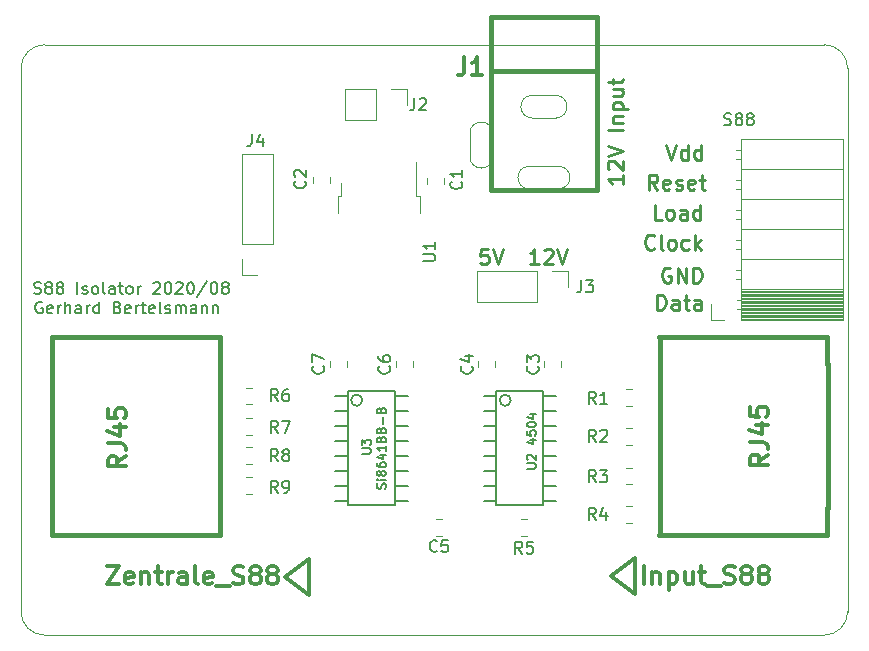
<source format=gto>
G04 #@! TF.GenerationSoftware,KiCad,Pcbnew,5.1.6-c6e7f7d~87~ubuntu18.04.1*
G04 #@! TF.CreationDate,2020-09-01T07:34:22+02:00*
G04 #@! TF.ProjectId,s88iso,73383869-736f-42e6-9b69-6361645f7063,2020/08*
G04 #@! TF.SameCoordinates,Original*
G04 #@! TF.FileFunction,Legend,Top*
G04 #@! TF.FilePolarity,Positive*
%FSLAX46Y46*%
G04 Gerber Fmt 4.6, Leading zero omitted, Abs format (unit mm)*
G04 Created by KiCad (PCBNEW 5.1.6-c6e7f7d~87~ubuntu18.04.1) date 2020-09-01 07:34:22*
%MOMM*%
%LPD*%
G01*
G04 APERTURE LIST*
%ADD10C,0.150000*%
%ADD11C,0.254000*%
%ADD12C,0.300000*%
G04 #@! TA.AperFunction,Profile*
%ADD13C,0.050000*%
G04 #@! TD*
%ADD14C,0.120000*%
%ADD15C,0.381000*%
%ADD16C,0.127000*%
%ADD17C,0.100000*%
%ADD18C,0.304800*%
%ADD19C,0.149860*%
G04 APERTURE END LIST*
D10*
X101108904Y-101052761D02*
X101251761Y-101100380D01*
X101489857Y-101100380D01*
X101585095Y-101052761D01*
X101632714Y-101005142D01*
X101680333Y-100909904D01*
X101680333Y-100814666D01*
X101632714Y-100719428D01*
X101585095Y-100671809D01*
X101489857Y-100624190D01*
X101299380Y-100576571D01*
X101204142Y-100528952D01*
X101156523Y-100481333D01*
X101108904Y-100386095D01*
X101108904Y-100290857D01*
X101156523Y-100195619D01*
X101204142Y-100148000D01*
X101299380Y-100100380D01*
X101537476Y-100100380D01*
X101680333Y-100148000D01*
X102251761Y-100528952D02*
X102156523Y-100481333D01*
X102108904Y-100433714D01*
X102061285Y-100338476D01*
X102061285Y-100290857D01*
X102108904Y-100195619D01*
X102156523Y-100148000D01*
X102251761Y-100100380D01*
X102442238Y-100100380D01*
X102537476Y-100148000D01*
X102585095Y-100195619D01*
X102632714Y-100290857D01*
X102632714Y-100338476D01*
X102585095Y-100433714D01*
X102537476Y-100481333D01*
X102442238Y-100528952D01*
X102251761Y-100528952D01*
X102156523Y-100576571D01*
X102108904Y-100624190D01*
X102061285Y-100719428D01*
X102061285Y-100909904D01*
X102108904Y-101005142D01*
X102156523Y-101052761D01*
X102251761Y-101100380D01*
X102442238Y-101100380D01*
X102537476Y-101052761D01*
X102585095Y-101005142D01*
X102632714Y-100909904D01*
X102632714Y-100719428D01*
X102585095Y-100624190D01*
X102537476Y-100576571D01*
X102442238Y-100528952D01*
X103204142Y-100528952D02*
X103108904Y-100481333D01*
X103061285Y-100433714D01*
X103013666Y-100338476D01*
X103013666Y-100290857D01*
X103061285Y-100195619D01*
X103108904Y-100148000D01*
X103204142Y-100100380D01*
X103394619Y-100100380D01*
X103489857Y-100148000D01*
X103537476Y-100195619D01*
X103585095Y-100290857D01*
X103585095Y-100338476D01*
X103537476Y-100433714D01*
X103489857Y-100481333D01*
X103394619Y-100528952D01*
X103204142Y-100528952D01*
X103108904Y-100576571D01*
X103061285Y-100624190D01*
X103013666Y-100719428D01*
X103013666Y-100909904D01*
X103061285Y-101005142D01*
X103108904Y-101052761D01*
X103204142Y-101100380D01*
X103394619Y-101100380D01*
X103489857Y-101052761D01*
X103537476Y-101005142D01*
X103585095Y-100909904D01*
X103585095Y-100719428D01*
X103537476Y-100624190D01*
X103489857Y-100576571D01*
X103394619Y-100528952D01*
X104775571Y-101100380D02*
X104775571Y-100100380D01*
X105204142Y-101052761D02*
X105299380Y-101100380D01*
X105489857Y-101100380D01*
X105585095Y-101052761D01*
X105632714Y-100957523D01*
X105632714Y-100909904D01*
X105585095Y-100814666D01*
X105489857Y-100767047D01*
X105347000Y-100767047D01*
X105251761Y-100719428D01*
X105204142Y-100624190D01*
X105204142Y-100576571D01*
X105251761Y-100481333D01*
X105347000Y-100433714D01*
X105489857Y-100433714D01*
X105585095Y-100481333D01*
X106204142Y-101100380D02*
X106108904Y-101052761D01*
X106061285Y-101005142D01*
X106013666Y-100909904D01*
X106013666Y-100624190D01*
X106061285Y-100528952D01*
X106108904Y-100481333D01*
X106204142Y-100433714D01*
X106347000Y-100433714D01*
X106442238Y-100481333D01*
X106489857Y-100528952D01*
X106537476Y-100624190D01*
X106537476Y-100909904D01*
X106489857Y-101005142D01*
X106442238Y-101052761D01*
X106347000Y-101100380D01*
X106204142Y-101100380D01*
X107108904Y-101100380D02*
X107013666Y-101052761D01*
X106966047Y-100957523D01*
X106966047Y-100100380D01*
X107918428Y-101100380D02*
X107918428Y-100576571D01*
X107870809Y-100481333D01*
X107775571Y-100433714D01*
X107585095Y-100433714D01*
X107489857Y-100481333D01*
X107918428Y-101052761D02*
X107823190Y-101100380D01*
X107585095Y-101100380D01*
X107489857Y-101052761D01*
X107442238Y-100957523D01*
X107442238Y-100862285D01*
X107489857Y-100767047D01*
X107585095Y-100719428D01*
X107823190Y-100719428D01*
X107918428Y-100671809D01*
X108251761Y-100433714D02*
X108632714Y-100433714D01*
X108394619Y-100100380D02*
X108394619Y-100957523D01*
X108442238Y-101052761D01*
X108537476Y-101100380D01*
X108632714Y-101100380D01*
X109108904Y-101100380D02*
X109013666Y-101052761D01*
X108966047Y-101005142D01*
X108918428Y-100909904D01*
X108918428Y-100624190D01*
X108966047Y-100528952D01*
X109013666Y-100481333D01*
X109108904Y-100433714D01*
X109251761Y-100433714D01*
X109347000Y-100481333D01*
X109394619Y-100528952D01*
X109442238Y-100624190D01*
X109442238Y-100909904D01*
X109394619Y-101005142D01*
X109347000Y-101052761D01*
X109251761Y-101100380D01*
X109108904Y-101100380D01*
X109870809Y-101100380D02*
X109870809Y-100433714D01*
X109870809Y-100624190D02*
X109918428Y-100528952D01*
X109966047Y-100481333D01*
X110061285Y-100433714D01*
X110156523Y-100433714D01*
X111204142Y-100195619D02*
X111251761Y-100148000D01*
X111347000Y-100100380D01*
X111585095Y-100100380D01*
X111680333Y-100148000D01*
X111727952Y-100195619D01*
X111775571Y-100290857D01*
X111775571Y-100386095D01*
X111727952Y-100528952D01*
X111156523Y-101100380D01*
X111775571Y-101100380D01*
X112394619Y-100100380D02*
X112489857Y-100100380D01*
X112585095Y-100148000D01*
X112632714Y-100195619D01*
X112680333Y-100290857D01*
X112727952Y-100481333D01*
X112727952Y-100719428D01*
X112680333Y-100909904D01*
X112632714Y-101005142D01*
X112585095Y-101052761D01*
X112489857Y-101100380D01*
X112394619Y-101100380D01*
X112299380Y-101052761D01*
X112251761Y-101005142D01*
X112204142Y-100909904D01*
X112156523Y-100719428D01*
X112156523Y-100481333D01*
X112204142Y-100290857D01*
X112251761Y-100195619D01*
X112299380Y-100148000D01*
X112394619Y-100100380D01*
X113108904Y-100195619D02*
X113156523Y-100148000D01*
X113251761Y-100100380D01*
X113489857Y-100100380D01*
X113585095Y-100148000D01*
X113632714Y-100195619D01*
X113680333Y-100290857D01*
X113680333Y-100386095D01*
X113632714Y-100528952D01*
X113061285Y-101100380D01*
X113680333Y-101100380D01*
X114299380Y-100100380D02*
X114394619Y-100100380D01*
X114489857Y-100148000D01*
X114537476Y-100195619D01*
X114585095Y-100290857D01*
X114632714Y-100481333D01*
X114632714Y-100719428D01*
X114585095Y-100909904D01*
X114537476Y-101005142D01*
X114489857Y-101052761D01*
X114394619Y-101100380D01*
X114299380Y-101100380D01*
X114204142Y-101052761D01*
X114156523Y-101005142D01*
X114108904Y-100909904D01*
X114061285Y-100719428D01*
X114061285Y-100481333D01*
X114108904Y-100290857D01*
X114156523Y-100195619D01*
X114204142Y-100148000D01*
X114299380Y-100100380D01*
X115775571Y-100052761D02*
X114918428Y-101338476D01*
X116299380Y-100100380D02*
X116394619Y-100100380D01*
X116489857Y-100148000D01*
X116537476Y-100195619D01*
X116585095Y-100290857D01*
X116632714Y-100481333D01*
X116632714Y-100719428D01*
X116585095Y-100909904D01*
X116537476Y-101005142D01*
X116489857Y-101052761D01*
X116394619Y-101100380D01*
X116299380Y-101100380D01*
X116204142Y-101052761D01*
X116156523Y-101005142D01*
X116108904Y-100909904D01*
X116061285Y-100719428D01*
X116061285Y-100481333D01*
X116108904Y-100290857D01*
X116156523Y-100195619D01*
X116204142Y-100148000D01*
X116299380Y-100100380D01*
X117204142Y-100528952D02*
X117108904Y-100481333D01*
X117061285Y-100433714D01*
X117013666Y-100338476D01*
X117013666Y-100290857D01*
X117061285Y-100195619D01*
X117108904Y-100148000D01*
X117204142Y-100100380D01*
X117394619Y-100100380D01*
X117489857Y-100148000D01*
X117537476Y-100195619D01*
X117585095Y-100290857D01*
X117585095Y-100338476D01*
X117537476Y-100433714D01*
X117489857Y-100481333D01*
X117394619Y-100528952D01*
X117204142Y-100528952D01*
X117108904Y-100576571D01*
X117061285Y-100624190D01*
X117013666Y-100719428D01*
X117013666Y-100909904D01*
X117061285Y-101005142D01*
X117108904Y-101052761D01*
X117204142Y-101100380D01*
X117394619Y-101100380D01*
X117489857Y-101052761D01*
X117537476Y-101005142D01*
X117585095Y-100909904D01*
X117585095Y-100719428D01*
X117537476Y-100624190D01*
X117489857Y-100576571D01*
X117394619Y-100528952D01*
X101799380Y-101798000D02*
X101704142Y-101750380D01*
X101561285Y-101750380D01*
X101418428Y-101798000D01*
X101323190Y-101893238D01*
X101275571Y-101988476D01*
X101227952Y-102178952D01*
X101227952Y-102321809D01*
X101275571Y-102512285D01*
X101323190Y-102607523D01*
X101418428Y-102702761D01*
X101561285Y-102750380D01*
X101656523Y-102750380D01*
X101799380Y-102702761D01*
X101847000Y-102655142D01*
X101847000Y-102321809D01*
X101656523Y-102321809D01*
X102656523Y-102702761D02*
X102561285Y-102750380D01*
X102370809Y-102750380D01*
X102275571Y-102702761D01*
X102227952Y-102607523D01*
X102227952Y-102226571D01*
X102275571Y-102131333D01*
X102370809Y-102083714D01*
X102561285Y-102083714D01*
X102656523Y-102131333D01*
X102704142Y-102226571D01*
X102704142Y-102321809D01*
X102227952Y-102417047D01*
X103132714Y-102750380D02*
X103132714Y-102083714D01*
X103132714Y-102274190D02*
X103180333Y-102178952D01*
X103227952Y-102131333D01*
X103323190Y-102083714D01*
X103418428Y-102083714D01*
X103751761Y-102750380D02*
X103751761Y-101750380D01*
X104180333Y-102750380D02*
X104180333Y-102226571D01*
X104132714Y-102131333D01*
X104037476Y-102083714D01*
X103894619Y-102083714D01*
X103799380Y-102131333D01*
X103751761Y-102178952D01*
X105085095Y-102750380D02*
X105085095Y-102226571D01*
X105037476Y-102131333D01*
X104942238Y-102083714D01*
X104751761Y-102083714D01*
X104656523Y-102131333D01*
X105085095Y-102702761D02*
X104989857Y-102750380D01*
X104751761Y-102750380D01*
X104656523Y-102702761D01*
X104608904Y-102607523D01*
X104608904Y-102512285D01*
X104656523Y-102417047D01*
X104751761Y-102369428D01*
X104989857Y-102369428D01*
X105085095Y-102321809D01*
X105561285Y-102750380D02*
X105561285Y-102083714D01*
X105561285Y-102274190D02*
X105608904Y-102178952D01*
X105656523Y-102131333D01*
X105751761Y-102083714D01*
X105847000Y-102083714D01*
X106608904Y-102750380D02*
X106608904Y-101750380D01*
X106608904Y-102702761D02*
X106513666Y-102750380D01*
X106323190Y-102750380D01*
X106227952Y-102702761D01*
X106180333Y-102655142D01*
X106132714Y-102559904D01*
X106132714Y-102274190D01*
X106180333Y-102178952D01*
X106227952Y-102131333D01*
X106323190Y-102083714D01*
X106513666Y-102083714D01*
X106608904Y-102131333D01*
X108180333Y-102226571D02*
X108323190Y-102274190D01*
X108370809Y-102321809D01*
X108418428Y-102417047D01*
X108418428Y-102559904D01*
X108370809Y-102655142D01*
X108323190Y-102702761D01*
X108227952Y-102750380D01*
X107847000Y-102750380D01*
X107847000Y-101750380D01*
X108180333Y-101750380D01*
X108275571Y-101798000D01*
X108323190Y-101845619D01*
X108370809Y-101940857D01*
X108370809Y-102036095D01*
X108323190Y-102131333D01*
X108275571Y-102178952D01*
X108180333Y-102226571D01*
X107847000Y-102226571D01*
X109227952Y-102702761D02*
X109132714Y-102750380D01*
X108942238Y-102750380D01*
X108847000Y-102702761D01*
X108799380Y-102607523D01*
X108799380Y-102226571D01*
X108847000Y-102131333D01*
X108942238Y-102083714D01*
X109132714Y-102083714D01*
X109227952Y-102131333D01*
X109275571Y-102226571D01*
X109275571Y-102321809D01*
X108799380Y-102417047D01*
X109704142Y-102750380D02*
X109704142Y-102083714D01*
X109704142Y-102274190D02*
X109751761Y-102178952D01*
X109799380Y-102131333D01*
X109894619Y-102083714D01*
X109989857Y-102083714D01*
X110180333Y-102083714D02*
X110561285Y-102083714D01*
X110323190Y-101750380D02*
X110323190Y-102607523D01*
X110370809Y-102702761D01*
X110466047Y-102750380D01*
X110561285Y-102750380D01*
X111275571Y-102702761D02*
X111180333Y-102750380D01*
X110989857Y-102750380D01*
X110894619Y-102702761D01*
X110847000Y-102607523D01*
X110847000Y-102226571D01*
X110894619Y-102131333D01*
X110989857Y-102083714D01*
X111180333Y-102083714D01*
X111275571Y-102131333D01*
X111323190Y-102226571D01*
X111323190Y-102321809D01*
X110847000Y-102417047D01*
X111894619Y-102750380D02*
X111799380Y-102702761D01*
X111751761Y-102607523D01*
X111751761Y-101750380D01*
X112227952Y-102702761D02*
X112323190Y-102750380D01*
X112513666Y-102750380D01*
X112608904Y-102702761D01*
X112656523Y-102607523D01*
X112656523Y-102559904D01*
X112608904Y-102464666D01*
X112513666Y-102417047D01*
X112370809Y-102417047D01*
X112275571Y-102369428D01*
X112227952Y-102274190D01*
X112227952Y-102226571D01*
X112275571Y-102131333D01*
X112370809Y-102083714D01*
X112513666Y-102083714D01*
X112608904Y-102131333D01*
X113085095Y-102750380D02*
X113085095Y-102083714D01*
X113085095Y-102178952D02*
X113132714Y-102131333D01*
X113227952Y-102083714D01*
X113370809Y-102083714D01*
X113466047Y-102131333D01*
X113513666Y-102226571D01*
X113513666Y-102750380D01*
X113513666Y-102226571D02*
X113561285Y-102131333D01*
X113656523Y-102083714D01*
X113799380Y-102083714D01*
X113894619Y-102131333D01*
X113942238Y-102226571D01*
X113942238Y-102750380D01*
X114847000Y-102750380D02*
X114847000Y-102226571D01*
X114799380Y-102131333D01*
X114704142Y-102083714D01*
X114513666Y-102083714D01*
X114418428Y-102131333D01*
X114847000Y-102702761D02*
X114751761Y-102750380D01*
X114513666Y-102750380D01*
X114418428Y-102702761D01*
X114370809Y-102607523D01*
X114370809Y-102512285D01*
X114418428Y-102417047D01*
X114513666Y-102369428D01*
X114751761Y-102369428D01*
X114847000Y-102321809D01*
X115323190Y-102083714D02*
X115323190Y-102750380D01*
X115323190Y-102178952D02*
X115370809Y-102131333D01*
X115466047Y-102083714D01*
X115608904Y-102083714D01*
X115704142Y-102131333D01*
X115751761Y-102226571D01*
X115751761Y-102750380D01*
X116227952Y-102083714D02*
X116227952Y-102750380D01*
X116227952Y-102178952D02*
X116275571Y-102131333D01*
X116370809Y-102083714D01*
X116513666Y-102083714D01*
X116608904Y-102131333D01*
X116656523Y-102226571D01*
X116656523Y-102750380D01*
D11*
X150942523Y-91034809D02*
X150942523Y-91760523D01*
X150942523Y-91397666D02*
X149672523Y-91397666D01*
X149853952Y-91518619D01*
X149974904Y-91639571D01*
X150035380Y-91760523D01*
X149793476Y-90551000D02*
X149733000Y-90490523D01*
X149672523Y-90369571D01*
X149672523Y-90067190D01*
X149733000Y-89946238D01*
X149793476Y-89885761D01*
X149914428Y-89825285D01*
X150035380Y-89825285D01*
X150216809Y-89885761D01*
X150942523Y-90611476D01*
X150942523Y-89825285D01*
X149672523Y-89462428D02*
X150942523Y-89039095D01*
X149672523Y-88615761D01*
X150942523Y-87224809D02*
X149672523Y-87224809D01*
X150095857Y-86620047D02*
X150942523Y-86620047D01*
X150216809Y-86620047D02*
X150156333Y-86559571D01*
X150095857Y-86438619D01*
X150095857Y-86257190D01*
X150156333Y-86136238D01*
X150277285Y-86075761D01*
X150942523Y-86075761D01*
X150095857Y-85471000D02*
X151365857Y-85471000D01*
X150156333Y-85471000D02*
X150095857Y-85350047D01*
X150095857Y-85108142D01*
X150156333Y-84987190D01*
X150216809Y-84926714D01*
X150337761Y-84866238D01*
X150700619Y-84866238D01*
X150821571Y-84926714D01*
X150882047Y-84987190D01*
X150942523Y-85108142D01*
X150942523Y-85350047D01*
X150882047Y-85471000D01*
X150095857Y-83777666D02*
X150942523Y-83777666D01*
X150095857Y-84321952D02*
X150761095Y-84321952D01*
X150882047Y-84261476D01*
X150942523Y-84140523D01*
X150942523Y-83959095D01*
X150882047Y-83838142D01*
X150821571Y-83777666D01*
X150095857Y-83354333D02*
X150095857Y-82870523D01*
X149672523Y-83172904D02*
X150761095Y-83172904D01*
X150882047Y-83112428D01*
X150942523Y-82991476D01*
X150942523Y-82870523D01*
X154988380Y-98933000D02*
X154867428Y-98872523D01*
X154686000Y-98872523D01*
X154504571Y-98933000D01*
X154383619Y-99053952D01*
X154323142Y-99174904D01*
X154262666Y-99416809D01*
X154262666Y-99598238D01*
X154323142Y-99840142D01*
X154383619Y-99961095D01*
X154504571Y-100082047D01*
X154686000Y-100142523D01*
X154806952Y-100142523D01*
X154988380Y-100082047D01*
X155048857Y-100021571D01*
X155048857Y-99598238D01*
X154806952Y-99598238D01*
X155593142Y-100142523D02*
X155593142Y-98872523D01*
X156318857Y-100142523D01*
X156318857Y-98872523D01*
X156923619Y-100142523D02*
X156923619Y-98872523D01*
X157226000Y-98872523D01*
X157407428Y-98933000D01*
X157528380Y-99053952D01*
X157588857Y-99174904D01*
X157649333Y-99416809D01*
X157649333Y-99598238D01*
X157588857Y-99840142D01*
X157528380Y-99961095D01*
X157407428Y-100082047D01*
X157226000Y-100142523D01*
X156923619Y-100142523D01*
X153857476Y-102428523D02*
X153857476Y-101158523D01*
X154159857Y-101158523D01*
X154341285Y-101219000D01*
X154462238Y-101339952D01*
X154522714Y-101460904D01*
X154583190Y-101702809D01*
X154583190Y-101884238D01*
X154522714Y-102126142D01*
X154462238Y-102247095D01*
X154341285Y-102368047D01*
X154159857Y-102428523D01*
X153857476Y-102428523D01*
X155671761Y-102428523D02*
X155671761Y-101763285D01*
X155611285Y-101642333D01*
X155490333Y-101581857D01*
X155248428Y-101581857D01*
X155127476Y-101642333D01*
X155671761Y-102368047D02*
X155550809Y-102428523D01*
X155248428Y-102428523D01*
X155127476Y-102368047D01*
X155067000Y-102247095D01*
X155067000Y-102126142D01*
X155127476Y-102005190D01*
X155248428Y-101944714D01*
X155550809Y-101944714D01*
X155671761Y-101884238D01*
X156095095Y-101581857D02*
X156578904Y-101581857D01*
X156276523Y-101158523D02*
X156276523Y-102247095D01*
X156337000Y-102368047D01*
X156457952Y-102428523D01*
X156578904Y-102428523D01*
X157546523Y-102428523D02*
X157546523Y-101763285D01*
X157486047Y-101642333D01*
X157365095Y-101581857D01*
X157123190Y-101581857D01*
X157002238Y-101642333D01*
X157546523Y-102368047D02*
X157425571Y-102428523D01*
X157123190Y-102428523D01*
X157002238Y-102368047D01*
X156941761Y-102247095D01*
X156941761Y-102126142D01*
X157002238Y-102005190D01*
X157123190Y-101944714D01*
X157425571Y-101944714D01*
X157546523Y-101884238D01*
X153621619Y-97227571D02*
X153561142Y-97288047D01*
X153379714Y-97348523D01*
X153258761Y-97348523D01*
X153077333Y-97288047D01*
X152956380Y-97167095D01*
X152895904Y-97046142D01*
X152835428Y-96804238D01*
X152835428Y-96622809D01*
X152895904Y-96380904D01*
X152956380Y-96259952D01*
X153077333Y-96139000D01*
X153258761Y-96078523D01*
X153379714Y-96078523D01*
X153561142Y-96139000D01*
X153621619Y-96199476D01*
X154347333Y-97348523D02*
X154226380Y-97288047D01*
X154165904Y-97167095D01*
X154165904Y-96078523D01*
X155012571Y-97348523D02*
X154891619Y-97288047D01*
X154831142Y-97227571D01*
X154770666Y-97106619D01*
X154770666Y-96743761D01*
X154831142Y-96622809D01*
X154891619Y-96562333D01*
X155012571Y-96501857D01*
X155194000Y-96501857D01*
X155314952Y-96562333D01*
X155375428Y-96622809D01*
X155435904Y-96743761D01*
X155435904Y-97106619D01*
X155375428Y-97227571D01*
X155314952Y-97288047D01*
X155194000Y-97348523D01*
X155012571Y-97348523D01*
X156524476Y-97288047D02*
X156403523Y-97348523D01*
X156161619Y-97348523D01*
X156040666Y-97288047D01*
X155980190Y-97227571D01*
X155919714Y-97106619D01*
X155919714Y-96743761D01*
X155980190Y-96622809D01*
X156040666Y-96562333D01*
X156161619Y-96501857D01*
X156403523Y-96501857D01*
X156524476Y-96562333D01*
X157068761Y-97348523D02*
X157068761Y-96078523D01*
X157189714Y-96864714D02*
X157552571Y-97348523D01*
X157552571Y-96501857D02*
X157068761Y-96985666D01*
X153875619Y-92268523D02*
X153452285Y-91663761D01*
X153149904Y-92268523D02*
X153149904Y-90998523D01*
X153633714Y-90998523D01*
X153754666Y-91059000D01*
X153815142Y-91119476D01*
X153875619Y-91240428D01*
X153875619Y-91421857D01*
X153815142Y-91542809D01*
X153754666Y-91603285D01*
X153633714Y-91663761D01*
X153149904Y-91663761D01*
X154903714Y-92208047D02*
X154782761Y-92268523D01*
X154540857Y-92268523D01*
X154419904Y-92208047D01*
X154359428Y-92087095D01*
X154359428Y-91603285D01*
X154419904Y-91482333D01*
X154540857Y-91421857D01*
X154782761Y-91421857D01*
X154903714Y-91482333D01*
X154964190Y-91603285D01*
X154964190Y-91724238D01*
X154359428Y-91845190D01*
X155448000Y-92208047D02*
X155568952Y-92268523D01*
X155810857Y-92268523D01*
X155931809Y-92208047D01*
X155992285Y-92087095D01*
X155992285Y-92026619D01*
X155931809Y-91905666D01*
X155810857Y-91845190D01*
X155629428Y-91845190D01*
X155508476Y-91784714D01*
X155448000Y-91663761D01*
X155448000Y-91603285D01*
X155508476Y-91482333D01*
X155629428Y-91421857D01*
X155810857Y-91421857D01*
X155931809Y-91482333D01*
X157020380Y-92208047D02*
X156899428Y-92268523D01*
X156657523Y-92268523D01*
X156536571Y-92208047D01*
X156476095Y-92087095D01*
X156476095Y-91603285D01*
X156536571Y-91482333D01*
X156657523Y-91421857D01*
X156899428Y-91421857D01*
X157020380Y-91482333D01*
X157080857Y-91603285D01*
X157080857Y-91724238D01*
X156476095Y-91845190D01*
X157443714Y-91421857D02*
X157927523Y-91421857D01*
X157625142Y-90998523D02*
X157625142Y-92087095D01*
X157685619Y-92208047D01*
X157806571Y-92268523D01*
X157927523Y-92268523D01*
X154244523Y-94808523D02*
X153639761Y-94808523D01*
X153639761Y-93538523D01*
X154849285Y-94808523D02*
X154728333Y-94748047D01*
X154667857Y-94687571D01*
X154607380Y-94566619D01*
X154607380Y-94203761D01*
X154667857Y-94082809D01*
X154728333Y-94022333D01*
X154849285Y-93961857D01*
X155030714Y-93961857D01*
X155151666Y-94022333D01*
X155212142Y-94082809D01*
X155272619Y-94203761D01*
X155272619Y-94566619D01*
X155212142Y-94687571D01*
X155151666Y-94748047D01*
X155030714Y-94808523D01*
X154849285Y-94808523D01*
X156361190Y-94808523D02*
X156361190Y-94143285D01*
X156300714Y-94022333D01*
X156179761Y-93961857D01*
X155937857Y-93961857D01*
X155816904Y-94022333D01*
X156361190Y-94748047D02*
X156240238Y-94808523D01*
X155937857Y-94808523D01*
X155816904Y-94748047D01*
X155756428Y-94627095D01*
X155756428Y-94506142D01*
X155816904Y-94385190D01*
X155937857Y-94324714D01*
X156240238Y-94324714D01*
X156361190Y-94264238D01*
X157510238Y-94808523D02*
X157510238Y-93538523D01*
X157510238Y-94748047D02*
X157389285Y-94808523D01*
X157147380Y-94808523D01*
X157026428Y-94748047D01*
X156965952Y-94687571D01*
X156905476Y-94566619D01*
X156905476Y-94203761D01*
X156965952Y-94082809D01*
X157026428Y-94022333D01*
X157147380Y-93961857D01*
X157389285Y-93961857D01*
X157510238Y-94022333D01*
X154637619Y-88458523D02*
X155060952Y-89728523D01*
X155484285Y-88458523D01*
X156451904Y-89728523D02*
X156451904Y-88458523D01*
X156451904Y-89668047D02*
X156330952Y-89728523D01*
X156089047Y-89728523D01*
X155968095Y-89668047D01*
X155907619Y-89607571D01*
X155847142Y-89486619D01*
X155847142Y-89123761D01*
X155907619Y-89002809D01*
X155968095Y-88942333D01*
X156089047Y-88881857D01*
X156330952Y-88881857D01*
X156451904Y-88942333D01*
X157600952Y-89728523D02*
X157600952Y-88458523D01*
X157600952Y-89668047D02*
X157480000Y-89728523D01*
X157238095Y-89728523D01*
X157117142Y-89668047D01*
X157056666Y-89607571D01*
X156996190Y-89486619D01*
X156996190Y-89123761D01*
X157056666Y-89002809D01*
X157117142Y-88942333D01*
X157238095Y-88881857D01*
X157480000Y-88881857D01*
X157600952Y-88942333D01*
X139536666Y-97304523D02*
X138931904Y-97304523D01*
X138871428Y-97909285D01*
X138931904Y-97848809D01*
X139052857Y-97788333D01*
X139355238Y-97788333D01*
X139476190Y-97848809D01*
X139536666Y-97909285D01*
X139597142Y-98030238D01*
X139597142Y-98332619D01*
X139536666Y-98453571D01*
X139476190Y-98514047D01*
X139355238Y-98574523D01*
X139052857Y-98574523D01*
X138931904Y-98514047D01*
X138871428Y-98453571D01*
X139960000Y-97304523D02*
X140383333Y-98574523D01*
X140806666Y-97304523D01*
X143830476Y-98574523D02*
X143104761Y-98574523D01*
X143467619Y-98574523D02*
X143467619Y-97304523D01*
X143346666Y-97485952D01*
X143225714Y-97606904D01*
X143104761Y-97667380D01*
X144314285Y-97425476D02*
X144374761Y-97365000D01*
X144495714Y-97304523D01*
X144798095Y-97304523D01*
X144919047Y-97365000D01*
X144979523Y-97425476D01*
X145040000Y-97546428D01*
X145040000Y-97667380D01*
X144979523Y-97848809D01*
X144253809Y-98574523D01*
X145040000Y-98574523D01*
X145402857Y-97304523D02*
X145826190Y-98574523D01*
X146249523Y-97304523D01*
D12*
X151963800Y-123485400D02*
X151963800Y-126485400D01*
X149963800Y-124985400D02*
X151963800Y-123485400D01*
X151963800Y-126485400D02*
X149963800Y-124985400D01*
X122388000Y-125087000D02*
X124388000Y-123587000D01*
X124388000Y-126587000D02*
X122388000Y-125087000D01*
X124388000Y-123587000D02*
X124388000Y-126587000D01*
D13*
X100000000Y-128000000D02*
X100000000Y-82000000D01*
X168000000Y-130000000D02*
X102000000Y-130000000D01*
X170000000Y-82000000D02*
X170000000Y-128000000D01*
X168000000Y-80000000D02*
X102000000Y-80000000D01*
X100000000Y-82000000D02*
G75*
G02*
X102000000Y-80000000I2000000J0D01*
G01*
X168000000Y-80000000D02*
G75*
G02*
X170000000Y-82000000I0J-2000000D01*
G01*
X170000000Y-128000000D02*
G75*
G02*
X168000000Y-130000000I-2000000J0D01*
G01*
X102000000Y-130000000D02*
G75*
G02*
X100000000Y-128000000I0J2000000D01*
G01*
D14*
X138590000Y-99170000D02*
X138590000Y-101830000D01*
X143730000Y-99170000D02*
X138590000Y-99170000D01*
X143730000Y-101830000D02*
X138590000Y-101830000D01*
X143730000Y-99170000D02*
X143730000Y-101830000D01*
X145000000Y-99170000D02*
X146330000Y-99170000D01*
X146330000Y-99170000D02*
X146330000Y-100500000D01*
D15*
X102600000Y-107053000D02*
X102600000Y-119245000D01*
X116824000Y-104894000D02*
X116824000Y-121404000D01*
X102627000Y-121531000D02*
X102627000Y-119245000D01*
X116851000Y-121531000D02*
X102627000Y-121531000D01*
X102627000Y-104767000D02*
X102627000Y-107053000D01*
X116851000Y-104767000D02*
X102627000Y-104767000D01*
D14*
X119587578Y-116639000D02*
X119070422Y-116639000D01*
X119587578Y-118059000D02*
X119070422Y-118059000D01*
D16*
X131648200Y-112268000D02*
X132740400Y-112268000D01*
X131648200Y-113538000D02*
X132740400Y-113538000D01*
X131648200Y-114808000D02*
X132740400Y-114808000D01*
X131648200Y-110998000D02*
X132740400Y-110998000D01*
X132740400Y-109728000D02*
X131648200Y-109728000D01*
X132740400Y-116078000D02*
X131648200Y-116078000D01*
X132740400Y-117348000D02*
X131648200Y-117348000D01*
X132740400Y-118618000D02*
X131648200Y-118618000D01*
X127685800Y-118618000D02*
X126593600Y-118618000D01*
X127685800Y-117348000D02*
X126593600Y-117348000D01*
X127685800Y-116078000D02*
X126593600Y-116078000D01*
X127685800Y-109728000D02*
X126593600Y-109728000D01*
X126593600Y-110998000D02*
X127685800Y-110998000D01*
X126593600Y-114808000D02*
X127685800Y-114808000D01*
X126593600Y-113538000D02*
X127685800Y-113538000D01*
X126593600Y-112268000D02*
X127685800Y-112268000D01*
X128894867Y-110109000D02*
G75*
G03*
X128894867Y-110109000I-472467J0D01*
G01*
X131648200Y-109347000D02*
X127685800Y-109347000D01*
X127685800Y-109347000D02*
X127685800Y-118999000D01*
X127685800Y-118999000D02*
X131648200Y-118999000D01*
X131648200Y-118999000D02*
X131648200Y-109347000D01*
D14*
X120015000Y-99501000D02*
X118685000Y-99501000D01*
X118685000Y-99501000D02*
X118685000Y-98171000D01*
X118685000Y-96901000D02*
X118685000Y-89221000D01*
X121345000Y-89221000D02*
X118685000Y-89221000D01*
X121345000Y-96901000D02*
X121345000Y-89221000D01*
X121345000Y-96901000D02*
X118685000Y-96901000D01*
X134418000Y-91259922D02*
X134418000Y-91777078D01*
X135838000Y-91259922D02*
X135838000Y-91777078D01*
X126186000Y-91181422D02*
X126186000Y-91698578D01*
X124766000Y-91181422D02*
X124766000Y-91698578D01*
X138736000Y-107319578D02*
X138736000Y-106802422D01*
X140156000Y-107319578D02*
X140156000Y-106802422D01*
X126163000Y-107319578D02*
X126163000Y-106802422D01*
X127583000Y-107319578D02*
X127583000Y-106802422D01*
X135123422Y-121614000D02*
X135640578Y-121614000D01*
X135123422Y-120194000D02*
X135640578Y-120194000D01*
D15*
X154040000Y-121531000D02*
X168264000Y-121531000D01*
X168264000Y-121531000D02*
X168264000Y-119245000D01*
X154040000Y-104767000D02*
X168264000Y-104767000D01*
X168264000Y-104767000D02*
X168264000Y-107053000D01*
X154067000Y-121404000D02*
X154067000Y-104894000D01*
X168291000Y-119245000D02*
X168291000Y-107053000D01*
X148772880Y-82200920D02*
X139771120Y-82200920D01*
X148772880Y-77700040D02*
X139771120Y-77700040D01*
X139771120Y-77700040D02*
X139771120Y-92299960D01*
X139771120Y-92299960D02*
X148772880Y-92299960D01*
X148772880Y-92299960D02*
X148772880Y-77700040D01*
D14*
X151769578Y-110565000D02*
X151252422Y-110565000D01*
X151769578Y-109145000D02*
X151252422Y-109145000D01*
X151769578Y-112447000D02*
X151252422Y-112447000D01*
X151769578Y-113867000D02*
X151252422Y-113867000D01*
X151769578Y-117236000D02*
X151252422Y-117236000D01*
X151769578Y-115816000D02*
X151252422Y-115816000D01*
X151769578Y-120471000D02*
X151252422Y-120471000D01*
X151769578Y-119051000D02*
X151252422Y-119051000D01*
X142337022Y-121614000D02*
X142854178Y-121614000D01*
X142337022Y-120194000D02*
X142854178Y-120194000D01*
X119587578Y-109039000D02*
X119070422Y-109039000D01*
X119587578Y-110459000D02*
X119070422Y-110459000D01*
X119587578Y-113059000D02*
X119070422Y-113059000D01*
X119587578Y-111639000D02*
X119070422Y-111639000D01*
X119587578Y-115467200D02*
X119070422Y-115467200D01*
X119587578Y-114047200D02*
X119070422Y-114047200D01*
X169602000Y-103210000D02*
X160972000Y-103210000D01*
X169602000Y-103091905D02*
X160972000Y-103091905D01*
X169602000Y-102973810D02*
X160972000Y-102973810D01*
X169602000Y-102855715D02*
X160972000Y-102855715D01*
X169602000Y-102737620D02*
X160972000Y-102737620D01*
X169602000Y-102619525D02*
X160972000Y-102619525D01*
X169602000Y-102501430D02*
X160972000Y-102501430D01*
X169602000Y-102383335D02*
X160972000Y-102383335D01*
X169602000Y-102265240D02*
X160972000Y-102265240D01*
X169602000Y-102147145D02*
X160972000Y-102147145D01*
X169602000Y-102029050D02*
X160972000Y-102029050D01*
X169602000Y-101910955D02*
X160972000Y-101910955D01*
X169602000Y-101792860D02*
X160972000Y-101792860D01*
X169602000Y-101674765D02*
X160972000Y-101674765D01*
X169602000Y-101556670D02*
X160972000Y-101556670D01*
X169602000Y-101438575D02*
X160972000Y-101438575D01*
X169602000Y-101320480D02*
X160972000Y-101320480D01*
X169602000Y-101202385D02*
X160972000Y-101202385D01*
X169602000Y-101084290D02*
X160972000Y-101084290D01*
X169602000Y-100966195D02*
X160972000Y-100966195D01*
X169602000Y-100848100D02*
X160972000Y-100848100D01*
X160972000Y-102360000D02*
X160622000Y-102360000D01*
X160972000Y-101640000D02*
X160622000Y-101640000D01*
X160972000Y-99820000D02*
X160562000Y-99820000D01*
X160972000Y-99100000D02*
X160562000Y-99100000D01*
X160972000Y-97280000D02*
X160562000Y-97280000D01*
X160972000Y-96560000D02*
X160562000Y-96560000D01*
X160972000Y-94740000D02*
X160562000Y-94740000D01*
X160972000Y-94020000D02*
X160562000Y-94020000D01*
X160972000Y-92200000D02*
X160562000Y-92200000D01*
X160972000Y-91480000D02*
X160562000Y-91480000D01*
X160972000Y-89660000D02*
X160562000Y-89660000D01*
X160972000Y-88940000D02*
X160562000Y-88940000D01*
X169602000Y-100730000D02*
X160972000Y-100730000D01*
X169602000Y-98190000D02*
X160972000Y-98190000D01*
X169602000Y-95650000D02*
X160972000Y-95650000D01*
X169602000Y-93110000D02*
X160972000Y-93110000D01*
X169602000Y-90570000D02*
X160972000Y-90570000D01*
X169602000Y-103330000D02*
X160972000Y-103330000D01*
X160972000Y-103330000D02*
X160972000Y-87970000D01*
X169602000Y-87970000D02*
X160972000Y-87970000D01*
X169602000Y-103330000D02*
X169602000Y-87970000D01*
X158402000Y-103330000D02*
X158402000Y-102000000D01*
X159512000Y-103330000D02*
X158402000Y-103330000D01*
X133752000Y-94280000D02*
X133752000Y-92780000D01*
X133752000Y-92780000D02*
X133482000Y-92780000D01*
X133482000Y-92780000D02*
X133482000Y-89950000D01*
X126852000Y-94280000D02*
X126852000Y-92780000D01*
X126852000Y-92780000D02*
X127122000Y-92780000D01*
X127122000Y-92780000D02*
X127122000Y-91680000D01*
D16*
X144221200Y-112268000D02*
X145313400Y-112268000D01*
X144221200Y-113538000D02*
X145313400Y-113538000D01*
X144221200Y-114808000D02*
X145313400Y-114808000D01*
X144221200Y-110998000D02*
X145313400Y-110998000D01*
X145313400Y-109728000D02*
X144221200Y-109728000D01*
X145313400Y-116078000D02*
X144221200Y-116078000D01*
X145313400Y-117348000D02*
X144221200Y-117348000D01*
X145313400Y-118618000D02*
X144221200Y-118618000D01*
X140258800Y-118618000D02*
X139166600Y-118618000D01*
X140258800Y-117348000D02*
X139166600Y-117348000D01*
X140258800Y-116078000D02*
X139166600Y-116078000D01*
X140258800Y-109728000D02*
X139166600Y-109728000D01*
X139166600Y-110998000D02*
X140258800Y-110998000D01*
X139166600Y-114808000D02*
X140258800Y-114808000D01*
X139166600Y-113538000D02*
X140258800Y-113538000D01*
X139166600Y-112268000D02*
X140258800Y-112268000D01*
X141467867Y-110109000D02*
G75*
G03*
X141467867Y-110109000I-472467J0D01*
G01*
X144221200Y-109347000D02*
X140258800Y-109347000D01*
X140258800Y-109347000D02*
X140258800Y-118999000D01*
X140258800Y-118999000D02*
X144221200Y-118999000D01*
X144221200Y-118999000D02*
X144221200Y-109347000D01*
D14*
X144324000Y-107319578D02*
X144324000Y-106802422D01*
X145744000Y-107319578D02*
X145744000Y-106802422D01*
X133171000Y-107319578D02*
X133171000Y-106802422D01*
X131751000Y-107319578D02*
X131751000Y-106802422D01*
X127448000Y-83760000D02*
X127448000Y-86420000D01*
X130048000Y-83760000D02*
X127448000Y-83760000D01*
X130048000Y-86420000D02*
X127448000Y-86420000D01*
X130048000Y-83760000D02*
X130048000Y-86420000D01*
X131318000Y-83760000D02*
X132648000Y-83760000D01*
X132648000Y-83760000D02*
X132648000Y-85090000D01*
D17*
X139920510Y-89500880D02*
X139920510Y-87499360D01*
X138021530Y-89500880D02*
X138021530Y-87499360D01*
X139920510Y-87499360D02*
G75*
G03*
X138021530Y-87499360I-949490J0D01*
G01*
X138021530Y-89500880D02*
G75*
G03*
X139920510Y-89500880I949490J0D01*
G01*
X145272760Y-84299430D02*
X143271240Y-84299430D01*
X145272760Y-86198410D02*
X143271240Y-86198410D01*
X143271240Y-84299430D02*
G75*
G03*
X143271240Y-86198410I0J-949490D01*
G01*
X145272760Y-86198410D02*
G75*
G03*
X145272760Y-84299430I0J949490D01*
G01*
X145522950Y-90301450D02*
X143021050Y-90301450D01*
X145522950Y-92200430D02*
X143021050Y-92200430D01*
X143021050Y-90301450D02*
G75*
G03*
X143021050Y-92200430I0J-949490D01*
G01*
X145522950Y-92200430D02*
G75*
G03*
X145522950Y-90301450I0J949490D01*
G01*
D10*
X147436666Y-99952380D02*
X147436666Y-100666666D01*
X147389047Y-100809523D01*
X147293809Y-100904761D01*
X147150952Y-100952380D01*
X147055714Y-100952380D01*
X147817619Y-99952380D02*
X148436666Y-99952380D01*
X148103333Y-100333333D01*
X148246190Y-100333333D01*
X148341428Y-100380952D01*
X148389047Y-100428571D01*
X148436666Y-100523809D01*
X148436666Y-100761904D01*
X148389047Y-100857142D01*
X148341428Y-100904761D01*
X148246190Y-100952380D01*
X147960476Y-100952380D01*
X147865238Y-100904761D01*
X147817619Y-100857142D01*
D18*
X107296857Y-124165428D02*
X108312857Y-124165428D01*
X107296857Y-125689428D01*
X108312857Y-125689428D01*
X109474000Y-125616857D02*
X109328857Y-125689428D01*
X109038571Y-125689428D01*
X108893428Y-125616857D01*
X108820857Y-125471714D01*
X108820857Y-124891142D01*
X108893428Y-124746000D01*
X109038571Y-124673428D01*
X109328857Y-124673428D01*
X109474000Y-124746000D01*
X109546571Y-124891142D01*
X109546571Y-125036285D01*
X108820857Y-125181428D01*
X110199714Y-124673428D02*
X110199714Y-125689428D01*
X110199714Y-124818571D02*
X110272285Y-124746000D01*
X110417428Y-124673428D01*
X110635142Y-124673428D01*
X110780285Y-124746000D01*
X110852857Y-124891142D01*
X110852857Y-125689428D01*
X111360857Y-124673428D02*
X111941428Y-124673428D01*
X111578571Y-124165428D02*
X111578571Y-125471714D01*
X111651142Y-125616857D01*
X111796285Y-125689428D01*
X111941428Y-125689428D01*
X112449428Y-125689428D02*
X112449428Y-124673428D01*
X112449428Y-124963714D02*
X112522000Y-124818571D01*
X112594571Y-124746000D01*
X112739714Y-124673428D01*
X112884857Y-124673428D01*
X114046000Y-125689428D02*
X114046000Y-124891142D01*
X113973428Y-124746000D01*
X113828285Y-124673428D01*
X113538000Y-124673428D01*
X113392857Y-124746000D01*
X114046000Y-125616857D02*
X113900857Y-125689428D01*
X113538000Y-125689428D01*
X113392857Y-125616857D01*
X113320285Y-125471714D01*
X113320285Y-125326571D01*
X113392857Y-125181428D01*
X113538000Y-125108857D01*
X113900857Y-125108857D01*
X114046000Y-125036285D01*
X114989428Y-125689428D02*
X114844285Y-125616857D01*
X114771714Y-125471714D01*
X114771714Y-124165428D01*
X116150571Y-125616857D02*
X116005428Y-125689428D01*
X115715142Y-125689428D01*
X115570000Y-125616857D01*
X115497428Y-125471714D01*
X115497428Y-124891142D01*
X115570000Y-124746000D01*
X115715142Y-124673428D01*
X116005428Y-124673428D01*
X116150571Y-124746000D01*
X116223142Y-124891142D01*
X116223142Y-125036285D01*
X115497428Y-125181428D01*
X116513428Y-125834571D02*
X117674571Y-125834571D01*
X117964857Y-125616857D02*
X118182571Y-125689428D01*
X118545428Y-125689428D01*
X118690571Y-125616857D01*
X118763142Y-125544285D01*
X118835714Y-125399142D01*
X118835714Y-125254000D01*
X118763142Y-125108857D01*
X118690571Y-125036285D01*
X118545428Y-124963714D01*
X118255142Y-124891142D01*
X118110000Y-124818571D01*
X118037428Y-124746000D01*
X117964857Y-124600857D01*
X117964857Y-124455714D01*
X118037428Y-124310571D01*
X118110000Y-124238000D01*
X118255142Y-124165428D01*
X118618000Y-124165428D01*
X118835714Y-124238000D01*
X119706571Y-124818571D02*
X119561428Y-124746000D01*
X119488857Y-124673428D01*
X119416285Y-124528285D01*
X119416285Y-124455714D01*
X119488857Y-124310571D01*
X119561428Y-124238000D01*
X119706571Y-124165428D01*
X119996857Y-124165428D01*
X120142000Y-124238000D01*
X120214571Y-124310571D01*
X120287142Y-124455714D01*
X120287142Y-124528285D01*
X120214571Y-124673428D01*
X120142000Y-124746000D01*
X119996857Y-124818571D01*
X119706571Y-124818571D01*
X119561428Y-124891142D01*
X119488857Y-124963714D01*
X119416285Y-125108857D01*
X119416285Y-125399142D01*
X119488857Y-125544285D01*
X119561428Y-125616857D01*
X119706571Y-125689428D01*
X119996857Y-125689428D01*
X120142000Y-125616857D01*
X120214571Y-125544285D01*
X120287142Y-125399142D01*
X120287142Y-125108857D01*
X120214571Y-124963714D01*
X120142000Y-124891142D01*
X119996857Y-124818571D01*
X121158000Y-124818571D02*
X121012857Y-124746000D01*
X120940285Y-124673428D01*
X120867714Y-124528285D01*
X120867714Y-124455714D01*
X120940285Y-124310571D01*
X121012857Y-124238000D01*
X121158000Y-124165428D01*
X121448285Y-124165428D01*
X121593428Y-124238000D01*
X121666000Y-124310571D01*
X121738571Y-124455714D01*
X121738571Y-124528285D01*
X121666000Y-124673428D01*
X121593428Y-124746000D01*
X121448285Y-124818571D01*
X121158000Y-124818571D01*
X121012857Y-124891142D01*
X120940285Y-124963714D01*
X120867714Y-125108857D01*
X120867714Y-125399142D01*
X120940285Y-125544285D01*
X121012857Y-125616857D01*
X121158000Y-125689428D01*
X121448285Y-125689428D01*
X121593428Y-125616857D01*
X121666000Y-125544285D01*
X121738571Y-125399142D01*
X121738571Y-125108857D01*
X121666000Y-124963714D01*
X121593428Y-124891142D01*
X121448285Y-124818571D01*
X108893428Y-114844285D02*
X108167714Y-115352285D01*
X108893428Y-115715142D02*
X107369428Y-115715142D01*
X107369428Y-115134571D01*
X107442000Y-114989428D01*
X107514571Y-114916857D01*
X107659714Y-114844285D01*
X107877428Y-114844285D01*
X108022571Y-114916857D01*
X108095142Y-114989428D01*
X108167714Y-115134571D01*
X108167714Y-115715142D01*
X107369428Y-113755714D02*
X108458000Y-113755714D01*
X108675714Y-113828285D01*
X108820857Y-113973428D01*
X108893428Y-114191142D01*
X108893428Y-114336285D01*
X107877428Y-112376857D02*
X108893428Y-112376857D01*
X107296857Y-112739714D02*
X108385428Y-113102571D01*
X108385428Y-112159142D01*
X107369428Y-110852857D02*
X107369428Y-111578571D01*
X108095142Y-111651142D01*
X108022571Y-111578571D01*
X107950000Y-111433428D01*
X107950000Y-111070571D01*
X108022571Y-110925428D01*
X108095142Y-110852857D01*
X108240285Y-110780285D01*
X108603142Y-110780285D01*
X108748285Y-110852857D01*
X108820857Y-110925428D01*
X108893428Y-111070571D01*
X108893428Y-111433428D01*
X108820857Y-111578571D01*
X108748285Y-111651142D01*
D10*
X121753333Y-117927380D02*
X121420000Y-117451190D01*
X121181904Y-117927380D02*
X121181904Y-116927380D01*
X121562857Y-116927380D01*
X121658095Y-116975000D01*
X121705714Y-117022619D01*
X121753333Y-117117857D01*
X121753333Y-117260714D01*
X121705714Y-117355952D01*
X121658095Y-117403571D01*
X121562857Y-117451190D01*
X121181904Y-117451190D01*
X122229523Y-117927380D02*
X122420000Y-117927380D01*
X122515238Y-117879761D01*
X122562857Y-117832142D01*
X122658095Y-117689285D01*
X122705714Y-117498809D01*
X122705714Y-117117857D01*
X122658095Y-117022619D01*
X122610476Y-116975000D01*
X122515238Y-116927380D01*
X122324761Y-116927380D01*
X122229523Y-116975000D01*
X122181904Y-117022619D01*
X122134285Y-117117857D01*
X122134285Y-117355952D01*
X122181904Y-117451190D01*
X122229523Y-117498809D01*
X122324761Y-117546428D01*
X122515238Y-117546428D01*
X122610476Y-117498809D01*
X122658095Y-117451190D01*
X122705714Y-117355952D01*
D19*
X128875669Y-114616895D02*
X129482245Y-114616895D01*
X129553607Y-114581214D01*
X129589288Y-114545533D01*
X129624969Y-114474171D01*
X129624969Y-114331447D01*
X129589288Y-114260085D01*
X129553607Y-114224404D01*
X129482245Y-114188723D01*
X128875669Y-114188723D01*
X128875669Y-113903276D02*
X128875669Y-113439423D01*
X129161116Y-113689190D01*
X129161116Y-113582147D01*
X129196797Y-113510785D01*
X129232478Y-113475104D01*
X129303840Y-113439423D01*
X129482245Y-113439423D01*
X129553607Y-113475104D01*
X129589288Y-113510785D01*
X129624969Y-113582147D01*
X129624969Y-113796233D01*
X129589288Y-113867595D01*
X129553607Y-113903276D01*
X130859288Y-117580530D02*
X130894969Y-117473488D01*
X130894969Y-117295083D01*
X130859288Y-117223721D01*
X130823607Y-117188040D01*
X130752245Y-117152359D01*
X130680883Y-117152359D01*
X130609521Y-117188040D01*
X130573840Y-117223721D01*
X130538159Y-117295083D01*
X130502478Y-117437807D01*
X130466797Y-117509169D01*
X130431116Y-117544850D01*
X130359754Y-117580530D01*
X130288392Y-117580530D01*
X130217030Y-117544850D01*
X130181350Y-117509169D01*
X130145669Y-117437807D01*
X130145669Y-117259402D01*
X130181350Y-117152359D01*
X130894969Y-116831230D02*
X130395435Y-116831230D01*
X130145669Y-116831230D02*
X130181350Y-116866911D01*
X130217030Y-116831230D01*
X130181350Y-116795550D01*
X130145669Y-116831230D01*
X130217030Y-116831230D01*
X130466797Y-116367378D02*
X130431116Y-116438740D01*
X130395435Y-116474421D01*
X130324073Y-116510102D01*
X130288392Y-116510102D01*
X130217030Y-116474421D01*
X130181350Y-116438740D01*
X130145669Y-116367378D01*
X130145669Y-116224654D01*
X130181350Y-116153292D01*
X130217030Y-116117611D01*
X130288392Y-116081930D01*
X130324073Y-116081930D01*
X130395435Y-116117611D01*
X130431116Y-116153292D01*
X130466797Y-116224654D01*
X130466797Y-116367378D01*
X130502478Y-116438740D01*
X130538159Y-116474421D01*
X130609521Y-116510102D01*
X130752245Y-116510102D01*
X130823607Y-116474421D01*
X130859288Y-116438740D01*
X130894969Y-116367378D01*
X130894969Y-116224654D01*
X130859288Y-116153292D01*
X130823607Y-116117611D01*
X130752245Y-116081930D01*
X130609521Y-116081930D01*
X130538159Y-116117611D01*
X130502478Y-116153292D01*
X130466797Y-116224654D01*
X130145669Y-115439673D02*
X130145669Y-115582397D01*
X130181350Y-115653759D01*
X130217030Y-115689440D01*
X130324073Y-115760802D01*
X130466797Y-115796483D01*
X130752245Y-115796483D01*
X130823607Y-115760802D01*
X130859288Y-115725121D01*
X130894969Y-115653759D01*
X130894969Y-115511035D01*
X130859288Y-115439673D01*
X130823607Y-115403992D01*
X130752245Y-115368311D01*
X130573840Y-115368311D01*
X130502478Y-115403992D01*
X130466797Y-115439673D01*
X130431116Y-115511035D01*
X130431116Y-115653759D01*
X130466797Y-115725121D01*
X130502478Y-115760802D01*
X130573840Y-115796483D01*
X130395435Y-114726054D02*
X130894969Y-114726054D01*
X130109988Y-114904459D02*
X130645202Y-115082864D01*
X130645202Y-114619011D01*
X130894969Y-113941073D02*
X130894969Y-114369245D01*
X130894969Y-114155159D02*
X130145669Y-114155159D01*
X130252711Y-114226521D01*
X130324073Y-114297883D01*
X130359754Y-114369245D01*
X130502478Y-113370178D02*
X130538159Y-113263135D01*
X130573840Y-113227454D01*
X130645202Y-113191773D01*
X130752245Y-113191773D01*
X130823607Y-113227454D01*
X130859288Y-113263135D01*
X130894969Y-113334497D01*
X130894969Y-113619945D01*
X130145669Y-113619945D01*
X130145669Y-113370178D01*
X130181350Y-113298816D01*
X130217030Y-113263135D01*
X130288392Y-113227454D01*
X130359754Y-113227454D01*
X130431116Y-113263135D01*
X130466797Y-113298816D01*
X130502478Y-113370178D01*
X130502478Y-113619945D01*
X130502478Y-112620878D02*
X130538159Y-112513835D01*
X130573840Y-112478154D01*
X130645202Y-112442473D01*
X130752245Y-112442473D01*
X130823607Y-112478154D01*
X130859288Y-112513835D01*
X130894969Y-112585197D01*
X130894969Y-112870645D01*
X130145669Y-112870645D01*
X130145669Y-112620878D01*
X130181350Y-112549516D01*
X130217030Y-112513835D01*
X130288392Y-112478154D01*
X130359754Y-112478154D01*
X130431116Y-112513835D01*
X130466797Y-112549516D01*
X130502478Y-112620878D01*
X130502478Y-112870645D01*
X130609521Y-112121345D02*
X130609521Y-111550450D01*
X130502478Y-110943873D02*
X130538159Y-110836830D01*
X130573840Y-110801150D01*
X130645202Y-110765469D01*
X130752245Y-110765469D01*
X130823607Y-110801150D01*
X130859288Y-110836830D01*
X130894969Y-110908192D01*
X130894969Y-111193640D01*
X130145669Y-111193640D01*
X130145669Y-110943873D01*
X130181350Y-110872511D01*
X130217030Y-110836830D01*
X130288392Y-110801150D01*
X130359754Y-110801150D01*
X130431116Y-110836830D01*
X130466797Y-110872511D01*
X130502478Y-110943873D01*
X130502478Y-111193640D01*
D10*
X119554666Y-87590380D02*
X119554666Y-88304666D01*
X119507047Y-88447523D01*
X119411809Y-88542761D01*
X119268952Y-88590380D01*
X119173714Y-88590380D01*
X120459428Y-87923714D02*
X120459428Y-88590380D01*
X120221333Y-87542761D02*
X119983238Y-88257047D01*
X120602285Y-88257047D01*
X137263142Y-91606666D02*
X137310761Y-91654285D01*
X137358380Y-91797142D01*
X137358380Y-91892380D01*
X137310761Y-92035238D01*
X137215523Y-92130476D01*
X137120285Y-92178095D01*
X136929809Y-92225714D01*
X136786952Y-92225714D01*
X136596476Y-92178095D01*
X136501238Y-92130476D01*
X136406000Y-92035238D01*
X136358380Y-91892380D01*
X136358380Y-91797142D01*
X136406000Y-91654285D01*
X136453619Y-91606666D01*
X137358380Y-90654285D02*
X137358380Y-91225714D01*
X137358380Y-90940000D02*
X136358380Y-90940000D01*
X136501238Y-91035238D01*
X136596476Y-91130476D01*
X136644095Y-91225714D01*
X124033142Y-91556666D02*
X124080761Y-91604285D01*
X124128380Y-91747142D01*
X124128380Y-91842380D01*
X124080761Y-91985238D01*
X123985523Y-92080476D01*
X123890285Y-92128095D01*
X123699809Y-92175714D01*
X123556952Y-92175714D01*
X123366476Y-92128095D01*
X123271238Y-92080476D01*
X123176000Y-91985238D01*
X123128380Y-91842380D01*
X123128380Y-91747142D01*
X123176000Y-91604285D01*
X123223619Y-91556666D01*
X123223619Y-91175714D02*
X123176000Y-91128095D01*
X123128380Y-91032857D01*
X123128380Y-90794761D01*
X123176000Y-90699523D01*
X123223619Y-90651904D01*
X123318857Y-90604285D01*
X123414095Y-90604285D01*
X123556952Y-90651904D01*
X124128380Y-91223333D01*
X124128380Y-90604285D01*
X138153142Y-107227666D02*
X138200761Y-107275285D01*
X138248380Y-107418142D01*
X138248380Y-107513380D01*
X138200761Y-107656238D01*
X138105523Y-107751476D01*
X138010285Y-107799095D01*
X137819809Y-107846714D01*
X137676952Y-107846714D01*
X137486476Y-107799095D01*
X137391238Y-107751476D01*
X137296000Y-107656238D01*
X137248380Y-107513380D01*
X137248380Y-107418142D01*
X137296000Y-107275285D01*
X137343619Y-107227666D01*
X137581714Y-106370523D02*
X138248380Y-106370523D01*
X137200761Y-106608619D02*
X137915047Y-106846714D01*
X137915047Y-106227666D01*
X125580142Y-107227666D02*
X125627761Y-107275285D01*
X125675380Y-107418142D01*
X125675380Y-107513380D01*
X125627761Y-107656238D01*
X125532523Y-107751476D01*
X125437285Y-107799095D01*
X125246809Y-107846714D01*
X125103952Y-107846714D01*
X124913476Y-107799095D01*
X124818238Y-107751476D01*
X124723000Y-107656238D01*
X124675380Y-107513380D01*
X124675380Y-107418142D01*
X124723000Y-107275285D01*
X124770619Y-107227666D01*
X124675380Y-106894333D02*
X124675380Y-106227666D01*
X125675380Y-106656238D01*
X135215333Y-122861142D02*
X135167714Y-122908761D01*
X135024857Y-122956380D01*
X134929619Y-122956380D01*
X134786761Y-122908761D01*
X134691523Y-122813523D01*
X134643904Y-122718285D01*
X134596285Y-122527809D01*
X134596285Y-122384952D01*
X134643904Y-122194476D01*
X134691523Y-122099238D01*
X134786761Y-122004000D01*
X134929619Y-121956380D01*
X135024857Y-121956380D01*
X135167714Y-122004000D01*
X135215333Y-122051619D01*
X136120095Y-121956380D02*
X135643904Y-121956380D01*
X135596285Y-122432571D01*
X135643904Y-122384952D01*
X135739142Y-122337333D01*
X135977238Y-122337333D01*
X136072476Y-122384952D01*
X136120095Y-122432571D01*
X136167714Y-122527809D01*
X136167714Y-122765904D01*
X136120095Y-122861142D01*
X136072476Y-122908761D01*
X135977238Y-122956380D01*
X135739142Y-122956380D01*
X135643904Y-122908761D01*
X135596285Y-122861142D01*
D18*
X152726571Y-125657428D02*
X152726571Y-124133428D01*
X153452285Y-124641428D02*
X153452285Y-125657428D01*
X153452285Y-124786571D02*
X153524857Y-124714000D01*
X153670000Y-124641428D01*
X153887714Y-124641428D01*
X154032857Y-124714000D01*
X154105428Y-124859142D01*
X154105428Y-125657428D01*
X154831142Y-124641428D02*
X154831142Y-126165428D01*
X154831142Y-124714000D02*
X154976285Y-124641428D01*
X155266571Y-124641428D01*
X155411714Y-124714000D01*
X155484285Y-124786571D01*
X155556857Y-124931714D01*
X155556857Y-125367142D01*
X155484285Y-125512285D01*
X155411714Y-125584857D01*
X155266571Y-125657428D01*
X154976285Y-125657428D01*
X154831142Y-125584857D01*
X156863142Y-124641428D02*
X156863142Y-125657428D01*
X156210000Y-124641428D02*
X156210000Y-125439714D01*
X156282571Y-125584857D01*
X156427714Y-125657428D01*
X156645428Y-125657428D01*
X156790571Y-125584857D01*
X156863142Y-125512285D01*
X157371142Y-124641428D02*
X157951714Y-124641428D01*
X157588857Y-124133428D02*
X157588857Y-125439714D01*
X157661428Y-125584857D01*
X157806571Y-125657428D01*
X157951714Y-125657428D01*
X158096857Y-125802571D02*
X159258000Y-125802571D01*
X159548285Y-125584857D02*
X159766000Y-125657428D01*
X160128857Y-125657428D01*
X160274000Y-125584857D01*
X160346571Y-125512285D01*
X160419142Y-125367142D01*
X160419142Y-125222000D01*
X160346571Y-125076857D01*
X160274000Y-125004285D01*
X160128857Y-124931714D01*
X159838571Y-124859142D01*
X159693428Y-124786571D01*
X159620857Y-124714000D01*
X159548285Y-124568857D01*
X159548285Y-124423714D01*
X159620857Y-124278571D01*
X159693428Y-124206000D01*
X159838571Y-124133428D01*
X160201428Y-124133428D01*
X160419142Y-124206000D01*
X161290000Y-124786571D02*
X161144857Y-124714000D01*
X161072285Y-124641428D01*
X160999714Y-124496285D01*
X160999714Y-124423714D01*
X161072285Y-124278571D01*
X161144857Y-124206000D01*
X161290000Y-124133428D01*
X161580285Y-124133428D01*
X161725428Y-124206000D01*
X161798000Y-124278571D01*
X161870571Y-124423714D01*
X161870571Y-124496285D01*
X161798000Y-124641428D01*
X161725428Y-124714000D01*
X161580285Y-124786571D01*
X161290000Y-124786571D01*
X161144857Y-124859142D01*
X161072285Y-124931714D01*
X160999714Y-125076857D01*
X160999714Y-125367142D01*
X161072285Y-125512285D01*
X161144857Y-125584857D01*
X161290000Y-125657428D01*
X161580285Y-125657428D01*
X161725428Y-125584857D01*
X161798000Y-125512285D01*
X161870571Y-125367142D01*
X161870571Y-125076857D01*
X161798000Y-124931714D01*
X161725428Y-124859142D01*
X161580285Y-124786571D01*
X162741428Y-124786571D02*
X162596285Y-124714000D01*
X162523714Y-124641428D01*
X162451142Y-124496285D01*
X162451142Y-124423714D01*
X162523714Y-124278571D01*
X162596285Y-124206000D01*
X162741428Y-124133428D01*
X163031714Y-124133428D01*
X163176857Y-124206000D01*
X163249428Y-124278571D01*
X163322000Y-124423714D01*
X163322000Y-124496285D01*
X163249428Y-124641428D01*
X163176857Y-124714000D01*
X163031714Y-124786571D01*
X162741428Y-124786571D01*
X162596285Y-124859142D01*
X162523714Y-124931714D01*
X162451142Y-125076857D01*
X162451142Y-125367142D01*
X162523714Y-125512285D01*
X162596285Y-125584857D01*
X162741428Y-125657428D01*
X163031714Y-125657428D01*
X163176857Y-125584857D01*
X163249428Y-125512285D01*
X163322000Y-125367142D01*
X163322000Y-125076857D01*
X163249428Y-124931714D01*
X163176857Y-124859142D01*
X163031714Y-124786571D01*
X163249428Y-114709285D02*
X162523714Y-115217285D01*
X163249428Y-115580142D02*
X161725428Y-115580142D01*
X161725428Y-114999571D01*
X161798000Y-114854428D01*
X161870571Y-114781857D01*
X162015714Y-114709285D01*
X162233428Y-114709285D01*
X162378571Y-114781857D01*
X162451142Y-114854428D01*
X162523714Y-114999571D01*
X162523714Y-115580142D01*
X161725428Y-113620714D02*
X162814000Y-113620714D01*
X163031714Y-113693285D01*
X163176857Y-113838428D01*
X163249428Y-114056142D01*
X163249428Y-114201285D01*
X162233428Y-112241857D02*
X163249428Y-112241857D01*
X161652857Y-112604714D02*
X162741428Y-112967571D01*
X162741428Y-112024142D01*
X161725428Y-110717857D02*
X161725428Y-111443571D01*
X162451142Y-111516142D01*
X162378571Y-111443571D01*
X162306000Y-111298428D01*
X162306000Y-110935571D01*
X162378571Y-110790428D01*
X162451142Y-110717857D01*
X162596285Y-110645285D01*
X162959142Y-110645285D01*
X163104285Y-110717857D01*
X163176857Y-110790428D01*
X163249428Y-110935571D01*
X163249428Y-111298428D01*
X163176857Y-111443571D01*
X163104285Y-111516142D01*
X137541000Y-81080428D02*
X137541000Y-82169000D01*
X137468428Y-82386714D01*
X137323285Y-82531857D01*
X137105571Y-82604428D01*
X136960428Y-82604428D01*
X139065000Y-82604428D02*
X138194142Y-82604428D01*
X138629571Y-82604428D02*
X138629571Y-81080428D01*
X138484428Y-81298142D01*
X138339285Y-81443285D01*
X138194142Y-81515857D01*
D10*
X148677333Y-110386380D02*
X148344000Y-109910190D01*
X148105904Y-110386380D02*
X148105904Y-109386380D01*
X148486857Y-109386380D01*
X148582095Y-109434000D01*
X148629714Y-109481619D01*
X148677333Y-109576857D01*
X148677333Y-109719714D01*
X148629714Y-109814952D01*
X148582095Y-109862571D01*
X148486857Y-109910190D01*
X148105904Y-109910190D01*
X149629714Y-110386380D02*
X149058285Y-110386380D01*
X149344000Y-110386380D02*
X149344000Y-109386380D01*
X149248761Y-109529238D01*
X149153523Y-109624476D01*
X149058285Y-109672095D01*
X148677333Y-113609380D02*
X148344000Y-113133190D01*
X148105904Y-113609380D02*
X148105904Y-112609380D01*
X148486857Y-112609380D01*
X148582095Y-112657000D01*
X148629714Y-112704619D01*
X148677333Y-112799857D01*
X148677333Y-112942714D01*
X148629714Y-113037952D01*
X148582095Y-113085571D01*
X148486857Y-113133190D01*
X148105904Y-113133190D01*
X149058285Y-112704619D02*
X149105904Y-112657000D01*
X149201142Y-112609380D01*
X149439238Y-112609380D01*
X149534476Y-112657000D01*
X149582095Y-112704619D01*
X149629714Y-112799857D01*
X149629714Y-112895095D01*
X149582095Y-113037952D01*
X149010666Y-113609380D01*
X149629714Y-113609380D01*
X148677333Y-117038380D02*
X148344000Y-116562190D01*
X148105904Y-117038380D02*
X148105904Y-116038380D01*
X148486857Y-116038380D01*
X148582095Y-116086000D01*
X148629714Y-116133619D01*
X148677333Y-116228857D01*
X148677333Y-116371714D01*
X148629714Y-116466952D01*
X148582095Y-116514571D01*
X148486857Y-116562190D01*
X148105904Y-116562190D01*
X149010666Y-116038380D02*
X149629714Y-116038380D01*
X149296380Y-116419333D01*
X149439238Y-116419333D01*
X149534476Y-116466952D01*
X149582095Y-116514571D01*
X149629714Y-116609809D01*
X149629714Y-116847904D01*
X149582095Y-116943142D01*
X149534476Y-116990761D01*
X149439238Y-117038380D01*
X149153523Y-117038380D01*
X149058285Y-116990761D01*
X149010666Y-116943142D01*
X148677333Y-120213380D02*
X148344000Y-119737190D01*
X148105904Y-120213380D02*
X148105904Y-119213380D01*
X148486857Y-119213380D01*
X148582095Y-119261000D01*
X148629714Y-119308619D01*
X148677333Y-119403857D01*
X148677333Y-119546714D01*
X148629714Y-119641952D01*
X148582095Y-119689571D01*
X148486857Y-119737190D01*
X148105904Y-119737190D01*
X149534476Y-119546714D02*
X149534476Y-120213380D01*
X149296380Y-119165761D02*
X149058285Y-119880047D01*
X149677333Y-119880047D01*
X142428933Y-123083580D02*
X142095600Y-122607390D01*
X141857504Y-123083580D02*
X141857504Y-122083580D01*
X142238457Y-122083580D01*
X142333695Y-122131200D01*
X142381314Y-122178819D01*
X142428933Y-122274057D01*
X142428933Y-122416914D01*
X142381314Y-122512152D01*
X142333695Y-122559771D01*
X142238457Y-122607390D01*
X141857504Y-122607390D01*
X143333695Y-122083580D02*
X142857504Y-122083580D01*
X142809885Y-122559771D01*
X142857504Y-122512152D01*
X142952742Y-122464533D01*
X143190838Y-122464533D01*
X143286076Y-122512152D01*
X143333695Y-122559771D01*
X143381314Y-122655009D01*
X143381314Y-122893104D01*
X143333695Y-122988342D01*
X143286076Y-123035961D01*
X143190838Y-123083580D01*
X142952742Y-123083580D01*
X142857504Y-123035961D01*
X142809885Y-122988342D01*
X121753333Y-110180380D02*
X121420000Y-109704190D01*
X121181904Y-110180380D02*
X121181904Y-109180380D01*
X121562857Y-109180380D01*
X121658095Y-109228000D01*
X121705714Y-109275619D01*
X121753333Y-109370857D01*
X121753333Y-109513714D01*
X121705714Y-109608952D01*
X121658095Y-109656571D01*
X121562857Y-109704190D01*
X121181904Y-109704190D01*
X122610476Y-109180380D02*
X122420000Y-109180380D01*
X122324761Y-109228000D01*
X122277142Y-109275619D01*
X122181904Y-109418476D01*
X122134285Y-109608952D01*
X122134285Y-109989904D01*
X122181904Y-110085142D01*
X122229523Y-110132761D01*
X122324761Y-110180380D01*
X122515238Y-110180380D01*
X122610476Y-110132761D01*
X122658095Y-110085142D01*
X122705714Y-109989904D01*
X122705714Y-109751809D01*
X122658095Y-109656571D01*
X122610476Y-109608952D01*
X122515238Y-109561333D01*
X122324761Y-109561333D01*
X122229523Y-109608952D01*
X122181904Y-109656571D01*
X122134285Y-109751809D01*
X121753333Y-112847380D02*
X121420000Y-112371190D01*
X121181904Y-112847380D02*
X121181904Y-111847380D01*
X121562857Y-111847380D01*
X121658095Y-111895000D01*
X121705714Y-111942619D01*
X121753333Y-112037857D01*
X121753333Y-112180714D01*
X121705714Y-112275952D01*
X121658095Y-112323571D01*
X121562857Y-112371190D01*
X121181904Y-112371190D01*
X122086666Y-111847380D02*
X122753333Y-111847380D01*
X122324761Y-112847380D01*
X121753333Y-115268580D02*
X121420000Y-114792390D01*
X121181904Y-115268580D02*
X121181904Y-114268580D01*
X121562857Y-114268580D01*
X121658095Y-114316200D01*
X121705714Y-114363819D01*
X121753333Y-114459057D01*
X121753333Y-114601914D01*
X121705714Y-114697152D01*
X121658095Y-114744771D01*
X121562857Y-114792390D01*
X121181904Y-114792390D01*
X122324761Y-114697152D02*
X122229523Y-114649533D01*
X122181904Y-114601914D01*
X122134285Y-114506676D01*
X122134285Y-114459057D01*
X122181904Y-114363819D01*
X122229523Y-114316200D01*
X122324761Y-114268580D01*
X122515238Y-114268580D01*
X122610476Y-114316200D01*
X122658095Y-114363819D01*
X122705714Y-114459057D01*
X122705714Y-114506676D01*
X122658095Y-114601914D01*
X122610476Y-114649533D01*
X122515238Y-114697152D01*
X122324761Y-114697152D01*
X122229523Y-114744771D01*
X122181904Y-114792390D01*
X122134285Y-114887628D01*
X122134285Y-115078104D01*
X122181904Y-115173342D01*
X122229523Y-115220961D01*
X122324761Y-115268580D01*
X122515238Y-115268580D01*
X122610476Y-115220961D01*
X122658095Y-115173342D01*
X122705714Y-115078104D01*
X122705714Y-114887628D01*
X122658095Y-114792390D01*
X122610476Y-114744771D01*
X122515238Y-114697152D01*
X159543904Y-86764761D02*
X159686761Y-86812380D01*
X159924857Y-86812380D01*
X160020095Y-86764761D01*
X160067714Y-86717142D01*
X160115333Y-86621904D01*
X160115333Y-86526666D01*
X160067714Y-86431428D01*
X160020095Y-86383809D01*
X159924857Y-86336190D01*
X159734380Y-86288571D01*
X159639142Y-86240952D01*
X159591523Y-86193333D01*
X159543904Y-86098095D01*
X159543904Y-86002857D01*
X159591523Y-85907619D01*
X159639142Y-85860000D01*
X159734380Y-85812380D01*
X159972476Y-85812380D01*
X160115333Y-85860000D01*
X160686761Y-86240952D02*
X160591523Y-86193333D01*
X160543904Y-86145714D01*
X160496285Y-86050476D01*
X160496285Y-86002857D01*
X160543904Y-85907619D01*
X160591523Y-85860000D01*
X160686761Y-85812380D01*
X160877238Y-85812380D01*
X160972476Y-85860000D01*
X161020095Y-85907619D01*
X161067714Y-86002857D01*
X161067714Y-86050476D01*
X161020095Y-86145714D01*
X160972476Y-86193333D01*
X160877238Y-86240952D01*
X160686761Y-86240952D01*
X160591523Y-86288571D01*
X160543904Y-86336190D01*
X160496285Y-86431428D01*
X160496285Y-86621904D01*
X160543904Y-86717142D01*
X160591523Y-86764761D01*
X160686761Y-86812380D01*
X160877238Y-86812380D01*
X160972476Y-86764761D01*
X161020095Y-86717142D01*
X161067714Y-86621904D01*
X161067714Y-86431428D01*
X161020095Y-86336190D01*
X160972476Y-86288571D01*
X160877238Y-86240952D01*
X161639142Y-86240952D02*
X161543904Y-86193333D01*
X161496285Y-86145714D01*
X161448666Y-86050476D01*
X161448666Y-86002857D01*
X161496285Y-85907619D01*
X161543904Y-85860000D01*
X161639142Y-85812380D01*
X161829619Y-85812380D01*
X161924857Y-85860000D01*
X161972476Y-85907619D01*
X162020095Y-86002857D01*
X162020095Y-86050476D01*
X161972476Y-86145714D01*
X161924857Y-86193333D01*
X161829619Y-86240952D01*
X161639142Y-86240952D01*
X161543904Y-86288571D01*
X161496285Y-86336190D01*
X161448666Y-86431428D01*
X161448666Y-86621904D01*
X161496285Y-86717142D01*
X161543904Y-86764761D01*
X161639142Y-86812380D01*
X161829619Y-86812380D01*
X161924857Y-86764761D01*
X161972476Y-86717142D01*
X162020095Y-86621904D01*
X162020095Y-86431428D01*
X161972476Y-86336190D01*
X161924857Y-86288571D01*
X161829619Y-86240952D01*
X134072380Y-98297904D02*
X134881904Y-98297904D01*
X134977142Y-98250285D01*
X135024761Y-98202666D01*
X135072380Y-98107428D01*
X135072380Y-97916952D01*
X135024761Y-97821714D01*
X134977142Y-97774095D01*
X134881904Y-97726476D01*
X134072380Y-97726476D01*
X135072380Y-96726476D02*
X135072380Y-97297904D01*
X135072380Y-97012190D02*
X134072380Y-97012190D01*
X134215238Y-97107428D01*
X134310476Y-97202666D01*
X134358095Y-97297904D01*
D19*
X142845669Y-115886895D02*
X143452245Y-115886895D01*
X143523607Y-115851214D01*
X143559288Y-115815533D01*
X143594969Y-115744171D01*
X143594969Y-115601447D01*
X143559288Y-115530085D01*
X143523607Y-115494404D01*
X143452245Y-115458723D01*
X142845669Y-115458723D01*
X142917030Y-115137595D02*
X142881350Y-115101914D01*
X142845669Y-115030552D01*
X142845669Y-114852147D01*
X142881350Y-114780785D01*
X142917030Y-114745104D01*
X142988392Y-114709423D01*
X143059754Y-114709423D01*
X143166797Y-114745104D01*
X143594969Y-115173276D01*
X143594969Y-114709423D01*
X143095435Y-113449704D02*
X143594969Y-113449704D01*
X142809988Y-113628109D02*
X143345202Y-113806514D01*
X143345202Y-113342661D01*
X142845669Y-112700404D02*
X142845669Y-113057214D01*
X143202478Y-113092895D01*
X143166797Y-113057214D01*
X143131116Y-112985852D01*
X143131116Y-112807447D01*
X143166797Y-112736085D01*
X143202478Y-112700404D01*
X143273840Y-112664723D01*
X143452245Y-112664723D01*
X143523607Y-112700404D01*
X143559288Y-112736085D01*
X143594969Y-112807447D01*
X143594969Y-112985852D01*
X143559288Y-113057214D01*
X143523607Y-113092895D01*
X142845669Y-112200871D02*
X142845669Y-112129509D01*
X142881350Y-112058147D01*
X142917030Y-112022466D01*
X142988392Y-111986785D01*
X143131116Y-111951104D01*
X143309521Y-111951104D01*
X143452245Y-111986785D01*
X143523607Y-112022466D01*
X143559288Y-112058147D01*
X143594969Y-112129509D01*
X143594969Y-112200871D01*
X143559288Y-112272233D01*
X143523607Y-112307914D01*
X143452245Y-112343595D01*
X143309521Y-112379276D01*
X143131116Y-112379276D01*
X142988392Y-112343595D01*
X142917030Y-112307914D01*
X142881350Y-112272233D01*
X142845669Y-112200871D01*
X143095435Y-111308847D02*
X143594969Y-111308847D01*
X142809988Y-111487252D02*
X143345202Y-111665657D01*
X143345202Y-111201804D01*
D10*
X143741142Y-107227666D02*
X143788761Y-107275285D01*
X143836380Y-107418142D01*
X143836380Y-107513380D01*
X143788761Y-107656238D01*
X143693523Y-107751476D01*
X143598285Y-107799095D01*
X143407809Y-107846714D01*
X143264952Y-107846714D01*
X143074476Y-107799095D01*
X142979238Y-107751476D01*
X142884000Y-107656238D01*
X142836380Y-107513380D01*
X142836380Y-107418142D01*
X142884000Y-107275285D01*
X142931619Y-107227666D01*
X142836380Y-106894333D02*
X142836380Y-106275285D01*
X143217333Y-106608619D01*
X143217333Y-106465761D01*
X143264952Y-106370523D01*
X143312571Y-106322904D01*
X143407809Y-106275285D01*
X143645904Y-106275285D01*
X143741142Y-106322904D01*
X143788761Y-106370523D01*
X143836380Y-106465761D01*
X143836380Y-106751476D01*
X143788761Y-106846714D01*
X143741142Y-106894333D01*
X131168142Y-107227666D02*
X131215761Y-107275285D01*
X131263380Y-107418142D01*
X131263380Y-107513380D01*
X131215761Y-107656238D01*
X131120523Y-107751476D01*
X131025285Y-107799095D01*
X130834809Y-107846714D01*
X130691952Y-107846714D01*
X130501476Y-107799095D01*
X130406238Y-107751476D01*
X130311000Y-107656238D01*
X130263380Y-107513380D01*
X130263380Y-107418142D01*
X130311000Y-107275285D01*
X130358619Y-107227666D01*
X130263380Y-106370523D02*
X130263380Y-106561000D01*
X130311000Y-106656238D01*
X130358619Y-106703857D01*
X130501476Y-106799095D01*
X130691952Y-106846714D01*
X131072904Y-106846714D01*
X131168142Y-106799095D01*
X131215761Y-106751476D01*
X131263380Y-106656238D01*
X131263380Y-106465761D01*
X131215761Y-106370523D01*
X131168142Y-106322904D01*
X131072904Y-106275285D01*
X130834809Y-106275285D01*
X130739571Y-106322904D01*
X130691952Y-106370523D01*
X130644333Y-106465761D01*
X130644333Y-106656238D01*
X130691952Y-106751476D01*
X130739571Y-106799095D01*
X130834809Y-106846714D01*
X133314666Y-84542380D02*
X133314666Y-85256666D01*
X133267047Y-85399523D01*
X133171809Y-85494761D01*
X133028952Y-85542380D01*
X132933714Y-85542380D01*
X133743238Y-84637619D02*
X133790857Y-84590000D01*
X133886095Y-84542380D01*
X134124190Y-84542380D01*
X134219428Y-84590000D01*
X134267047Y-84637619D01*
X134314666Y-84732857D01*
X134314666Y-84828095D01*
X134267047Y-84970952D01*
X133695619Y-85542380D01*
X134314666Y-85542380D01*
M02*

</source>
